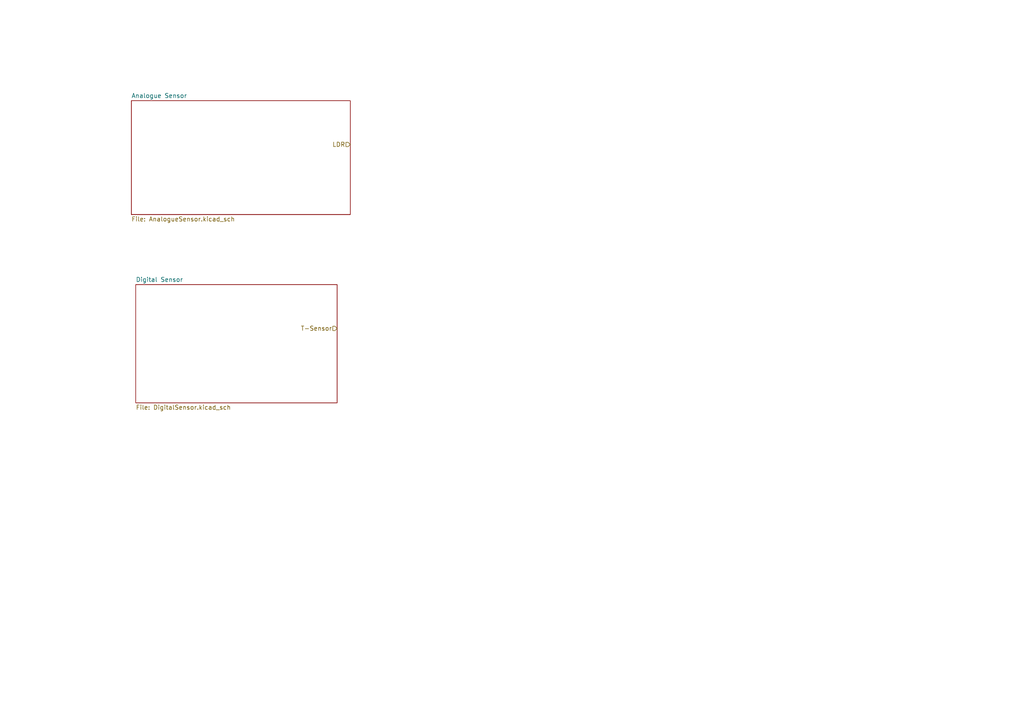
<source format=kicad_sch>
(kicad_sch (version 20230121) (generator eeschema)
  (paper "A4")
  (lib_symbols)
  (hierarchical_label "LDR" (shape input) (at 101.6 41.91 180))
  (hierarchical_label "T-Sensor" (shape input) (at 97.79 95.25 180))
  (sheet (at 38.1 29.21) (size 63.5 33.02)
    (property "Sheetname" "Analogue Sensor" (at 38.1 28.4984 0) (effects (justify left bottom)))
    (property "Sheetfile" "AnalogueSensor.kicad_sch" (at 38.1 62.8146 0) (effects (justify left top)))
  )
  (sheet (at 39.37 82.55) (size 58.42 34.29)
    (property "Sheetname" "Digital Sensor" (at 39.37 81.8384 0) (effects (justify left bottom)))
    (property "Sheetfile" "DigitalSensor.kicad_sch" (at 39.37 117.4246 0) (effects (justify left top)))
  )
)
</source>
